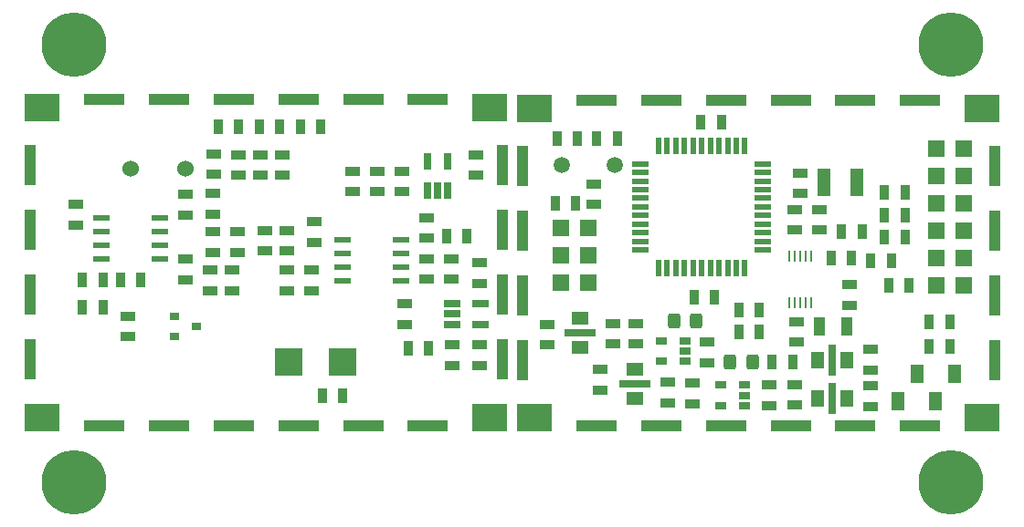
<source format=gbr>
%TF.GenerationSoftware,KiCad,Pcbnew,6.0.4-6f826c9f35~116~ubuntu20.04.1*%
%TF.CreationDate,2022-04-14T19:41:17+00:00*%
%TF.ProjectId,USTSIPIN01,55535453-4950-4494-9e30-312e6b696361,rev?*%
%TF.SameCoordinates,PX6384130PY6d19b00*%
%TF.FileFunction,Soldermask,Bot*%
%TF.FilePolarity,Negative*%
%FSLAX46Y46*%
G04 Gerber Fmt 4.6, Leading zero omitted, Abs format (unit mm)*
G04 Created by KiCad (PCBNEW 6.0.4-6f826c9f35~116~ubuntu20.04.1) date 2022-04-14 19:41:17*
%MOMM*%
%LPD*%
G01*
G04 APERTURE LIST*
G04 Aperture macros list*
%AMRoundRect*
0 Rectangle with rounded corners*
0 $1 Rounding radius*
0 $2 $3 $4 $5 $6 $7 $8 $9 X,Y pos of 4 corners*
0 Add a 4 corners polygon primitive as box body*
4,1,4,$2,$3,$4,$5,$6,$7,$8,$9,$2,$3,0*
0 Add four circle primitives for the rounded corners*
1,1,$1+$1,$2,$3*
1,1,$1+$1,$4,$5*
1,1,$1+$1,$6,$7*
1,1,$1+$1,$8,$9*
0 Add four rect primitives between the rounded corners*
20,1,$1+$1,$2,$3,$4,$5,0*
20,1,$1+$1,$4,$5,$6,$7,0*
20,1,$1+$1,$6,$7,$8,$9,0*
20,1,$1+$1,$8,$9,$2,$3,0*%
G04 Aperture macros list end*
%ADD10C,6.000000*%
%ADD11R,1.524000X1.524000*%
%ADD12C,1.524000*%
%ADD13C,1.500000*%
%ADD14R,1.397000X0.889000*%
%ADD15R,2.550160X2.499360*%
%ADD16R,0.889000X1.397000*%
%ADD17R,1.550000X0.600000*%
%ADD18R,0.650000X1.560000*%
%ADD19R,1.560000X0.650000*%
%ADD20R,0.900000X0.800000*%
%ADD21R,1.300000X1.700000*%
%ADD22RoundRect,0.250000X0.325000X0.450000X-0.325000X0.450000X-0.325000X-0.450000X0.325000X-0.450000X0*%
%ADD23R,1.060000X0.650000*%
%ADD24R,1.500000X1.300000*%
%ADD25R,3.000000X0.700000*%
%ADD26R,1.500000X0.550000*%
%ADD27R,0.550000X1.500000*%
%ADD28R,3.800000X1.000000*%
%ADD29R,1.000000X3.800000*%
%ADD30R,3.300000X2.550000*%
%ADD31R,1.300000X1.500000*%
%ADD32R,0.700000X3.000000*%
%ADD33R,1.270000X2.540000*%
%ADD34R,0.250000X1.100000*%
%ADD35R,1.000000X1.800000*%
G04 APERTURE END LIST*
D10*
%TO.C,M2*%
X86145000Y45408000D03*
%TD*%
%TO.C,M3*%
X4865000Y45408000D03*
%TD*%
%TO.C,M4*%
X4865000Y4768000D03*
%TD*%
D11*
%TO.C,J1*%
X84748000Y25596000D03*
X87288000Y25596000D03*
%TD*%
%TO.C,J2*%
X84748000Y28136000D03*
X87288000Y28136000D03*
%TD*%
%TO.C,J3*%
X84748000Y23056000D03*
X87288000Y23056000D03*
%TD*%
D12*
%TO.C,D2*%
X15145000Y33878000D03*
X10145000Y33878000D03*
%TD*%
D11*
%TO.C,J4*%
X84748000Y35756000D03*
%TD*%
%TO.C,J5*%
X87288000Y35756000D03*
%TD*%
%TO.C,J6*%
X84748000Y33216000D03*
%TD*%
%TO.C,J7*%
X87288000Y33216000D03*
%TD*%
%TO.C,J19*%
X84748000Y30676000D03*
X87288000Y30676000D03*
%TD*%
D10*
%TO.C,M1*%
X86145000Y4768000D03*
%TD*%
D13*
%TO.C,Y1*%
X50077000Y34232000D03*
X54957000Y34232000D03*
%TD*%
D14*
%TO.C,C20*%
X9851000Y20192500D03*
X9851000Y18287500D03*
%TD*%
D15*
%TO.C,C1*%
X29774760Y15938000D03*
X24725240Y15938000D03*
%TD*%
D14*
%TO.C,C3*%
X5025000Y28638000D03*
X5025000Y30543000D03*
%TD*%
D16*
%TO.C,C4*%
X29790000Y12763000D03*
X27885000Y12763000D03*
%TD*%
%TO.C,C5*%
X7565000Y23558000D03*
X5660000Y23558000D03*
%TD*%
D14*
%TO.C,C6*%
X19503000Y24447000D03*
X19503000Y22542000D03*
%TD*%
%TO.C,C7*%
X39823000Y23621500D03*
X39823000Y25526500D03*
%TD*%
%TO.C,C8*%
X32965000Y31749500D03*
X32965000Y33654500D03*
%TD*%
%TO.C,C9*%
X39950000Y17525500D03*
X39950000Y15620500D03*
%TD*%
D16*
%TO.C,C10*%
X11057500Y23558000D03*
X9152500Y23558000D03*
%TD*%
D14*
%TO.C,C11*%
X17471000Y24447000D03*
X17471000Y22542000D03*
%TD*%
%TO.C,C12*%
X37537000Y23621500D03*
X37537000Y25526500D03*
%TD*%
%TO.C,C13*%
X35251000Y31749500D03*
X35251000Y33654500D03*
%TD*%
%TO.C,C14*%
X42490000Y17525500D03*
X42490000Y15620500D03*
%TD*%
%TO.C,C15*%
X20011000Y26098000D03*
X20011000Y28003000D03*
%TD*%
%TO.C,C16*%
X22551000Y28130000D03*
X22551000Y26225000D03*
%TD*%
%TO.C,C17*%
X27123000Y27050500D03*
X27123000Y28955500D03*
%TD*%
%TO.C,C18*%
X26869000Y22542000D03*
X26869000Y24447000D03*
%TD*%
%TO.C,C19*%
X37537000Y27431500D03*
X37537000Y29336500D03*
%TD*%
%TO.C,R3*%
X35505000Y21335500D03*
X35505000Y19430500D03*
%TD*%
%TO.C,R4*%
X30679000Y31749500D03*
X30679000Y33654500D03*
%TD*%
D16*
%TO.C,R5*%
X37727500Y17208000D03*
X35822500Y17208000D03*
%TD*%
%TO.C,R6*%
X7565000Y21018000D03*
X5660000Y21018000D03*
%TD*%
D14*
%TO.C,R7*%
X15185000Y31495500D03*
X15185000Y29590500D03*
%TD*%
%TO.C,R8*%
X17725000Y29654000D03*
X17725000Y31559000D03*
%TD*%
%TO.C,R9*%
X17725000Y26098000D03*
X17725000Y28003000D03*
%TD*%
%TO.C,R10*%
X24583000Y26225000D03*
X24583000Y28130000D03*
%TD*%
%TO.C,R11*%
X24583000Y22542000D03*
X24583000Y24447000D03*
%TD*%
%TO.C,R12*%
X42490000Y23240500D03*
X42490000Y25145500D03*
%TD*%
D16*
%TO.C,R13*%
X39378500Y27622000D03*
X41283500Y27622000D03*
%TD*%
D17*
%TO.C,U1*%
X7405000Y25463000D03*
X7405000Y26733000D03*
X7405000Y28003000D03*
X7405000Y29273000D03*
X12805000Y29273000D03*
X12805000Y28003000D03*
X12805000Y26733000D03*
X12805000Y25463000D03*
%TD*%
D18*
%TO.C,U4*%
X39503000Y31860000D03*
X38553000Y31860000D03*
X37603000Y31860000D03*
X37603000Y34560000D03*
X39503000Y34560000D03*
%TD*%
D19*
%TO.C,U5*%
X39870000Y19433000D03*
X39870000Y20383000D03*
X39870000Y21333000D03*
X42570000Y21333000D03*
X42570000Y19433000D03*
%TD*%
D14*
%TO.C,R2*%
X15185000Y25463000D03*
X15185000Y23558000D03*
%TD*%
D17*
%TO.C,U2*%
X29757000Y23431000D03*
X29757000Y24701000D03*
X29757000Y25971000D03*
X29757000Y27241000D03*
X35157000Y27241000D03*
X35157000Y25971000D03*
X35157000Y24701000D03*
X35157000Y23431000D03*
%TD*%
D14*
%TO.C,R1*%
X42109000Y33273500D03*
X42109000Y35178500D03*
%TD*%
%TO.C,C2*%
X20105000Y35184500D03*
X20105000Y33279500D03*
%TD*%
D20*
%TO.C,U3*%
X14201000Y18290000D03*
X14201000Y20190000D03*
X16201000Y19240000D03*
%TD*%
D21*
%TO.C,D1*%
X81192000Y12261000D03*
X84692000Y12261000D03*
%TD*%
D14*
%TO.C,C55*%
X71794000Y17785500D03*
X71794000Y19690500D03*
%TD*%
D16*
%TO.C,R25*%
X66460000Y18738000D03*
X68365000Y18738000D03*
%TD*%
%TO.C,R27*%
X66460000Y20770000D03*
X68365000Y20770000D03*
%TD*%
%TO.C,R28*%
X69571500Y15944000D03*
X71476500Y15944000D03*
%TD*%
D14*
%TO.C,C21*%
X24169000Y35184500D03*
X24169000Y33279500D03*
%TD*%
%TO.C,C22*%
X78652000Y13721500D03*
X78652000Y11816500D03*
%TD*%
D16*
%TO.C,C36*%
X84113000Y17341000D03*
X86018000Y17341000D03*
%TD*%
D14*
%TO.C,F1*%
X78652000Y15182000D03*
X78652000Y17087000D03*
%TD*%
D16*
%TO.C,F2*%
X84113000Y19627000D03*
X86018000Y19627000D03*
%TD*%
D21*
%TO.C,D3*%
X82970000Y14801000D03*
X86470000Y14801000D03*
%TD*%
D22*
%TO.C,L2*%
X67730000Y15944000D03*
X65680000Y15944000D03*
%TD*%
%TO.C,L3*%
X62532000Y19754000D03*
X60482000Y19754000D03*
%TD*%
D23*
%TO.C,U6*%
X66968000Y13785000D03*
X66968000Y12835000D03*
X66968000Y11885000D03*
X64768000Y11885000D03*
X64768000Y13785000D03*
%TD*%
D14*
%TO.C,C50*%
X54776000Y17595000D03*
X54776000Y19500000D03*
%TD*%
%TO.C,C49*%
X62142000Y12070500D03*
X62142000Y13975500D03*
%TD*%
%TO.C,C42*%
X56935000Y17595000D03*
X56935000Y19500000D03*
%TD*%
D24*
%TO.C,C52*%
X51728000Y17261000D03*
D25*
X51728000Y18611000D03*
D24*
X51728000Y19961000D03*
%TD*%
D14*
%TO.C,C38*%
X59856000Y12134000D03*
X59856000Y14039000D03*
%TD*%
D24*
%TO.C,C51*%
X56808000Y12562000D03*
D25*
X56808000Y13912000D03*
D24*
X56808000Y15262000D03*
%TD*%
D14*
%TO.C,C25*%
X63539000Y17785500D03*
X63539000Y15880500D03*
%TD*%
%TO.C,C44*%
X71667000Y28199500D03*
X71667000Y30104500D03*
%TD*%
%TO.C,C40*%
X73953000Y28199500D03*
X73953000Y30104500D03*
%TD*%
D16*
%TO.C,R24*%
X80366500Y23056000D03*
X82271500Y23056000D03*
%TD*%
D14*
%TO.C,C31*%
X72175000Y33470000D03*
X72175000Y31565000D03*
%TD*%
D16*
%TO.C,C27*%
X79985500Y27501000D03*
X81890500Y27501000D03*
%TD*%
D14*
%TO.C,C53*%
X53633000Y15245500D03*
X53633000Y13340500D03*
%TD*%
D23*
%TO.C,U8*%
X61464000Y17910000D03*
X61464000Y16960000D03*
X61464000Y16010000D03*
X59264000Y16010000D03*
X59264000Y17910000D03*
%TD*%
D26*
%TO.C,U10*%
X57335000Y26328000D03*
X57335000Y27128000D03*
X57335000Y27928000D03*
X57335000Y28728000D03*
X57335000Y29528000D03*
X57335000Y30328000D03*
X57335000Y31128000D03*
X57335000Y31928000D03*
X57335000Y32728000D03*
X57335000Y33528000D03*
X57335000Y34328000D03*
D27*
X59035000Y36028000D03*
X59835000Y36028000D03*
X60635000Y36028000D03*
X61435000Y36028000D03*
X62235000Y36028000D03*
X63035000Y36028000D03*
X63835000Y36028000D03*
X64635000Y36028000D03*
X65435000Y36028000D03*
X66235000Y36028000D03*
X67035000Y36028000D03*
D26*
X68735000Y34328000D03*
X68735000Y33528000D03*
X68735000Y32728000D03*
X68735000Y31928000D03*
X68735000Y31128000D03*
X68735000Y30328000D03*
X68735000Y29528000D03*
X68735000Y28728000D03*
X68735000Y27928000D03*
X68735000Y27128000D03*
X68735000Y26328000D03*
D27*
X67035000Y24628000D03*
X66235000Y24628000D03*
X65435000Y24628000D03*
X64635000Y24628000D03*
X63835000Y24628000D03*
X63035000Y24628000D03*
X62235000Y24628000D03*
X61435000Y24628000D03*
X60635000Y24628000D03*
X59835000Y24628000D03*
X59035000Y24628000D03*
%TD*%
D16*
%TO.C,R20*%
X75985000Y28009000D03*
X77890000Y28009000D03*
%TD*%
D28*
%TO.C,M7*%
X77286000Y9967000D03*
X71286000Y40267000D03*
X65286000Y40267000D03*
D29*
X46386000Y34117000D03*
D28*
X53286000Y40267000D03*
X53286000Y9967000D03*
X77286000Y40267000D03*
X83286000Y40267000D03*
D29*
X90186000Y34117000D03*
D30*
X89036000Y39492000D03*
D28*
X83286000Y9967000D03*
X59286000Y40267000D03*
D29*
X46386000Y28117000D03*
D28*
X65286000Y9967000D03*
D29*
X90186000Y28117000D03*
X46386000Y22117000D03*
X90186000Y22117000D03*
X90186000Y16117000D03*
X46386000Y16117000D03*
D28*
X59286000Y9967000D03*
D30*
X47536000Y10742000D03*
X89036000Y10742000D03*
D28*
X71286000Y9967000D03*
D30*
X47536000Y39492000D03*
%TD*%
D31*
%TO.C,C29*%
X76446000Y16071000D03*
D32*
X75096000Y16071000D03*
D31*
X73746000Y16071000D03*
%TD*%
D11*
%TO.C,J22*%
X49950000Y23310000D03*
X52490000Y23310000D03*
X49950000Y25850000D03*
X52490000Y25850000D03*
X49950000Y28390000D03*
X52490000Y28390000D03*
%TD*%
D16*
%TO.C,R23*%
X49442000Y30676000D03*
X51347000Y30676000D03*
%TD*%
%TO.C,C26*%
X78715500Y25342000D03*
X80620500Y25342000D03*
%TD*%
%TO.C,C28*%
X79985500Y29533000D03*
X81890500Y29533000D03*
%TD*%
%TO.C,C30*%
X49632500Y36645000D03*
X51537500Y36645000D03*
%TD*%
%TO.C,C33*%
X55220500Y36645000D03*
X53315500Y36645000D03*
%TD*%
D14*
%TO.C,C34*%
X52998000Y30549000D03*
X52998000Y32454000D03*
%TD*%
D16*
%TO.C,C35*%
X64237500Y21913000D03*
X62332500Y21913000D03*
%TD*%
%TO.C,C39*%
X62967500Y38169000D03*
X64872500Y38169000D03*
%TD*%
%TO.C,C43*%
X79985500Y31692000D03*
X81890500Y31692000D03*
%TD*%
D14*
%TO.C,C47*%
X76747000Y23119500D03*
X76747000Y21214500D03*
%TD*%
D33*
%TO.C,L1*%
X77382000Y32581000D03*
X74334000Y32581000D03*
%TD*%
D16*
%TO.C,R21*%
X75032500Y25596000D03*
X76937500Y25596000D03*
%TD*%
D34*
%TO.C,U11*%
X73175000Y21414000D03*
X72675000Y21414000D03*
X72175000Y21414000D03*
X71675000Y21414000D03*
X71175000Y21414000D03*
X71175000Y25714000D03*
X71675000Y25714000D03*
X72175000Y25714000D03*
X72675000Y25714000D03*
X73175000Y25714000D03*
%TD*%
D35*
%TO.C,Y2*%
X73953000Y19246000D03*
X76453000Y19246000D03*
%TD*%
D14*
%TO.C,C23*%
X22137000Y35184500D03*
X22137000Y33279500D03*
%TD*%
%TO.C,C24*%
X17819000Y35248000D03*
X17819000Y33343000D03*
%TD*%
%TO.C,C32*%
X69254000Y13785000D03*
X69254000Y11880000D03*
%TD*%
D31*
%TO.C,C45*%
X76446000Y12515000D03*
D32*
X75096000Y12515000D03*
D31*
X73746000Y12515000D03*
%TD*%
D14*
%TO.C,C48*%
X71667000Y13848500D03*
X71667000Y11943500D03*
%TD*%
%TO.C,C54*%
X48680000Y19436500D03*
X48680000Y17531500D03*
%TD*%
D16*
%TO.C,R15*%
X25820000Y37788000D03*
X27725000Y37788000D03*
%TD*%
%TO.C,R19*%
X22010000Y37788000D03*
X23915000Y37788000D03*
%TD*%
%TO.C,R22*%
X18200000Y37788000D03*
X20105000Y37788000D03*
%TD*%
D28*
%TO.C,M6*%
X25659000Y10028000D03*
X7659000Y10028000D03*
X37659000Y40328000D03*
D30*
X43409000Y10803000D03*
D29*
X759000Y16178000D03*
X44559000Y22178000D03*
D28*
X19659000Y10028000D03*
X7659000Y40328000D03*
D29*
X44559000Y16178000D03*
D28*
X31659000Y10028000D03*
D29*
X44559000Y34178000D03*
D28*
X19659000Y40328000D03*
X13659000Y10028000D03*
D30*
X1909000Y39553000D03*
D29*
X759000Y22178000D03*
X759000Y28178000D03*
D28*
X13659000Y40328000D03*
D29*
X44559000Y28178000D03*
D30*
X43409000Y39553000D03*
D28*
X37659000Y10028000D03*
X31659000Y40328000D03*
D29*
X759000Y34178000D03*
D30*
X1909000Y10803000D03*
D28*
X25659000Y40328000D03*
%TD*%
M02*

</source>
